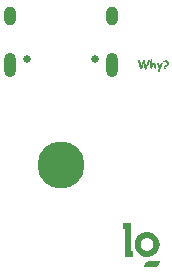
<source format=gbr>
%TF.GenerationSoftware,KiCad,Pcbnew,(5.99.0-12118-g897269f33f)*%
%TF.CreationDate,2021-09-15T19:12:53-04:00*%
%TF.ProjectId,why,7768792e-6b69-4636-9164-5f7063625858,rev?*%
%TF.SameCoordinates,Original*%
%TF.FileFunction,Soldermask,Top*%
%TF.FilePolarity,Negative*%
%FSLAX46Y46*%
G04 Gerber Fmt 4.6, Leading zero omitted, Abs format (unit mm)*
G04 Created by KiCad (PCBNEW (5.99.0-12118-g897269f33f)) date 2021-09-15 19:12:53*
%MOMM*%
%LPD*%
G01*
G04 APERTURE LIST*
%ADD10C,0.010000*%
%ADD11O,1.000000X1.600000*%
%ADD12O,1.000000X2.100000*%
%ADD13C,0.650000*%
%ADD14C,3.987800*%
G04 APERTURE END LIST*
D10*
%TO.C,G\u002A\u002A\u002A*%
X168422630Y-100707284D02*
X168476939Y-100754083D01*
X168476939Y-100754083D02*
X168540572Y-100875123D01*
X168540572Y-100875123D02*
X168521372Y-100998141D01*
X168521372Y-100998141D02*
X168451750Y-101086322D01*
X168451750Y-101086322D02*
X168335165Y-101181003D01*
X168335165Y-101181003D02*
X168267791Y-101211360D01*
X168267791Y-101211360D02*
X168250667Y-101188140D01*
X168250667Y-101188140D02*
X168282651Y-101135400D01*
X168282651Y-101135400D02*
X168352945Y-101077269D01*
X168352945Y-101077269D02*
X168456925Y-100983930D01*
X168456925Y-100983930D02*
X168477078Y-100893971D01*
X168477078Y-100893971D02*
X168432438Y-100822152D01*
X168432438Y-100822152D02*
X168331348Y-100772997D01*
X168331348Y-100772997D02*
X168233154Y-100777846D01*
X168233154Y-100777846D02*
X168148089Y-100791143D01*
X168148089Y-100791143D02*
X168136579Y-100779605D01*
X168136579Y-100779605D02*
X168184674Y-100739419D01*
X168184674Y-100739419D02*
X168309575Y-100681435D01*
X168309575Y-100681435D02*
X168422630Y-100707284D01*
X168422630Y-100707284D02*
X168422630Y-100707284D01*
G36*
X168422630Y-100707284D02*
G01*
X168476939Y-100754083D01*
X168540572Y-100875123D01*
X168521372Y-100998141D01*
X168451750Y-101086322D01*
X168335165Y-101181003D01*
X168267791Y-101211360D01*
X168250667Y-101188140D01*
X168282651Y-101135400D01*
X168352945Y-101077269D01*
X168456925Y-100983930D01*
X168477078Y-100893971D01*
X168432438Y-100822152D01*
X168331348Y-100772997D01*
X168233154Y-100777846D01*
X168148089Y-100791143D01*
X168136579Y-100779605D01*
X168184674Y-100739419D01*
X168309575Y-100681435D01*
X168422630Y-100707284D01*
G37*
X168422630Y-100707284D02*
X168476939Y-100754083D01*
X168540572Y-100875123D01*
X168521372Y-100998141D01*
X168451750Y-101086322D01*
X168335165Y-101181003D01*
X168267791Y-101211360D01*
X168250667Y-101188140D01*
X168282651Y-101135400D01*
X168352945Y-101077269D01*
X168456925Y-100983930D01*
X168477078Y-100893971D01*
X168432438Y-100822152D01*
X168331348Y-100772997D01*
X168233154Y-100777846D01*
X168148089Y-100791143D01*
X168136579Y-100779605D01*
X168184674Y-100739419D01*
X168309575Y-100681435D01*
X168422630Y-100707284D01*
X168291770Y-101343881D02*
X168293000Y-101354000D01*
X168293000Y-101354000D02*
X168260785Y-101395103D01*
X168260785Y-101395103D02*
X168250667Y-101396333D01*
X168250667Y-101396333D02*
X168209563Y-101364118D01*
X168209563Y-101364118D02*
X168208333Y-101354000D01*
X168208333Y-101354000D02*
X168240548Y-101312896D01*
X168240548Y-101312896D02*
X168250667Y-101311666D01*
X168250667Y-101311666D02*
X168291770Y-101343881D01*
X168291770Y-101343881D02*
X168291770Y-101343881D01*
G36*
X168291770Y-101343881D02*
G01*
X168293000Y-101354000D01*
X168260785Y-101395103D01*
X168250667Y-101396333D01*
X168209563Y-101364118D01*
X168208333Y-101354000D01*
X168240548Y-101312896D01*
X168250667Y-101311666D01*
X168291770Y-101343881D01*
G37*
X168291770Y-101343881D02*
X168293000Y-101354000D01*
X168260785Y-101395103D01*
X168250667Y-101396333D01*
X168209563Y-101364118D01*
X168208333Y-101354000D01*
X168240548Y-101312896D01*
X168250667Y-101311666D01*
X168291770Y-101343881D01*
X167134234Y-100671876D02*
X167148955Y-100765605D01*
X167148955Y-100765605D02*
X167150000Y-100802759D01*
X167150000Y-100802759D02*
X167153172Y-100909105D01*
X167153172Y-100909105D02*
X167172956Y-100948023D01*
X167172956Y-100948023D02*
X167224752Y-100936740D01*
X167224752Y-100936740D02*
X167256981Y-100922440D01*
X167256981Y-100922440D02*
X167346940Y-100896817D01*
X167346940Y-100896817D02*
X167407549Y-100924788D01*
X167407549Y-100924788D02*
X167447421Y-101016666D01*
X167447421Y-101016666D02*
X167475166Y-101182767D01*
X167475166Y-101182767D02*
X167475306Y-101183952D01*
X167475306Y-101183952D02*
X167486316Y-101317233D01*
X167486316Y-101317233D02*
X167477626Y-101377898D01*
X167477626Y-101377898D02*
X167453015Y-101379296D01*
X167453015Y-101379296D02*
X167423178Y-101321751D01*
X167423178Y-101321751D02*
X167405805Y-101212586D01*
X167405805Y-101212586D02*
X167404000Y-101161001D01*
X167404000Y-101161001D02*
X167393340Y-101030233D01*
X167393340Y-101030233D02*
X167360141Y-100975517D01*
X167360141Y-100975517D02*
X167347061Y-100973000D01*
X167347061Y-100973000D02*
X167259656Y-101010763D01*
X167259656Y-101010763D02*
X167188293Y-101105848D01*
X167188293Y-101105848D02*
X167151585Y-101230952D01*
X167151585Y-101230952D02*
X167150000Y-101262083D01*
X167150000Y-101262083D02*
X167138350Y-101354340D01*
X167138350Y-101354340D02*
X167110066Y-101396118D01*
X167110066Y-101396118D02*
X167107667Y-101396333D01*
X167107667Y-101396333D02*
X167087382Y-101356370D01*
X167087382Y-101356370D02*
X167072913Y-101245745D01*
X167072913Y-101245745D02*
X167065802Y-101078358D01*
X167065802Y-101078358D02*
X167065333Y-101015333D01*
X167065333Y-101015333D02*
X167069774Y-100832773D01*
X167069774Y-100832773D02*
X167082065Y-100702548D01*
X167082065Y-100702548D02*
X167100664Y-100638553D01*
X167100664Y-100638553D02*
X167107667Y-100634333D01*
X167107667Y-100634333D02*
X167134234Y-100671876D01*
X167134234Y-100671876D02*
X167134234Y-100671876D01*
G36*
X167134234Y-100671876D02*
G01*
X167148955Y-100765605D01*
X167150000Y-100802759D01*
X167153172Y-100909105D01*
X167172956Y-100948023D01*
X167224752Y-100936740D01*
X167256981Y-100922440D01*
X167346940Y-100896817D01*
X167407549Y-100924788D01*
X167447421Y-101016666D01*
X167475166Y-101182767D01*
X167475306Y-101183952D01*
X167486316Y-101317233D01*
X167477626Y-101377898D01*
X167453015Y-101379296D01*
X167423178Y-101321751D01*
X167405805Y-101212586D01*
X167404000Y-101161001D01*
X167393340Y-101030233D01*
X167360141Y-100975517D01*
X167347061Y-100973000D01*
X167259656Y-101010763D01*
X167188293Y-101105848D01*
X167151585Y-101230952D01*
X167150000Y-101262083D01*
X167138350Y-101354340D01*
X167110066Y-101396118D01*
X167107667Y-101396333D01*
X167087382Y-101356370D01*
X167072913Y-101245745D01*
X167065802Y-101078358D01*
X167065333Y-101015333D01*
X167069774Y-100832773D01*
X167082065Y-100702548D01*
X167100664Y-100638553D01*
X167107667Y-100634333D01*
X167134234Y-100671876D01*
G37*
X167134234Y-100671876D02*
X167148955Y-100765605D01*
X167150000Y-100802759D01*
X167153172Y-100909105D01*
X167172956Y-100948023D01*
X167224752Y-100936740D01*
X167256981Y-100922440D01*
X167346940Y-100896817D01*
X167407549Y-100924788D01*
X167447421Y-101016666D01*
X167475166Y-101182767D01*
X167475306Y-101183952D01*
X167486316Y-101317233D01*
X167477626Y-101377898D01*
X167453015Y-101379296D01*
X167423178Y-101321751D01*
X167405805Y-101212586D01*
X167404000Y-101161001D01*
X167393340Y-101030233D01*
X167360141Y-100975517D01*
X167347061Y-100973000D01*
X167259656Y-101010763D01*
X167188293Y-101105848D01*
X167151585Y-101230952D01*
X167150000Y-101262083D01*
X167138350Y-101354340D01*
X167110066Y-101396118D01*
X167107667Y-101396333D01*
X167087382Y-101356370D01*
X167072913Y-101245745D01*
X167065802Y-101078358D01*
X167065333Y-101015333D01*
X167069774Y-100832773D01*
X167082065Y-100702548D01*
X167100664Y-100638553D01*
X167107667Y-100634333D01*
X167134234Y-100671876D01*
X166922331Y-100679624D02*
X166932553Y-100698268D01*
X166932553Y-100698268D02*
X166923308Y-100747252D01*
X166923308Y-100747252D02*
X166891237Y-100841232D01*
X166891237Y-100841232D02*
X166832982Y-100994862D01*
X166832982Y-100994862D02*
X166808558Y-101058248D01*
X166808558Y-101058248D02*
X166729463Y-101252766D01*
X166729463Y-101252766D02*
X166669834Y-101372727D01*
X166669834Y-101372727D02*
X166625401Y-101424847D01*
X166625401Y-101424847D02*
X166591891Y-101415840D01*
X166591891Y-101415840D02*
X166586308Y-101407607D01*
X166586308Y-101407607D02*
X166568418Y-101349122D01*
X166568418Y-101349122D02*
X166545711Y-101239462D01*
X166545711Y-101239462D02*
X166536283Y-101184666D01*
X166536283Y-101184666D02*
X166504899Y-101023008D01*
X166504899Y-101023008D02*
X166473981Y-100944802D01*
X166473981Y-100944802D02*
X166439497Y-100948953D01*
X166439497Y-100948953D02*
X166397415Y-101034366D01*
X166397415Y-101034366D02*
X166362652Y-101137506D01*
X166362652Y-101137506D02*
X166314789Y-101270660D01*
X166314789Y-101270660D02*
X166269133Y-101363995D01*
X166269133Y-101363995D02*
X166238080Y-101395971D01*
X166238080Y-101395971D02*
X166207132Y-101358212D01*
X166207132Y-101358212D02*
X166167528Y-101258623D01*
X166167528Y-101258623D02*
X166127583Y-101118323D01*
X166127583Y-101118323D02*
X166125717Y-101110583D01*
X166125717Y-101110583D02*
X166086840Y-100954927D01*
X166086840Y-100954927D02*
X166051368Y-100824927D01*
X166051368Y-100824927D02*
X166027691Y-100750750D01*
X166027691Y-100750750D02*
X166021727Y-100689531D01*
X166021727Y-100689531D02*
X166041951Y-100676666D01*
X166041951Y-100676666D02*
X166067540Y-100682520D01*
X166067540Y-100682520D02*
X166089422Y-100711097D01*
X166089422Y-100711097D02*
X166114281Y-100778916D01*
X166114281Y-100778916D02*
X166148802Y-100902498D01*
X166148802Y-100902498D02*
X166176895Y-101010134D01*
X166176895Y-101010134D02*
X166211107Y-101116934D01*
X166211107Y-101116934D02*
X166244472Y-101152990D01*
X166244472Y-101152990D02*
X166282566Y-101115004D01*
X166282566Y-101115004D02*
X166330966Y-100999682D01*
X166330966Y-100999682D02*
X166365032Y-100898916D01*
X166365032Y-100898916D02*
X166414685Y-100758767D01*
X166414685Y-100758767D02*
X166454124Y-100686958D01*
X166454124Y-100686958D02*
X166487646Y-100686845D01*
X166487646Y-100686845D02*
X166519548Y-100761786D01*
X166519548Y-100761786D02*
X166554127Y-100915137D01*
X166554127Y-100915137D02*
X166581763Y-101068250D01*
X166581763Y-101068250D02*
X166607390Y-101170066D01*
X166607390Y-101170066D02*
X166636823Y-101224274D01*
X166636823Y-101224274D02*
X166643670Y-101227000D01*
X166643670Y-101227000D02*
X166673138Y-101191124D01*
X166673138Y-101191124D02*
X166718803Y-101100633D01*
X166718803Y-101100633D02*
X166770075Y-100981225D01*
X166770075Y-100981225D02*
X166816362Y-100858602D01*
X166816362Y-100858602D02*
X166847073Y-100758464D01*
X166847073Y-100758464D02*
X166853667Y-100717411D01*
X166853667Y-100717411D02*
X166885929Y-100677839D01*
X166885929Y-100677839D02*
X166896000Y-100676666D01*
X166896000Y-100676666D02*
X166922331Y-100679624D01*
X166922331Y-100679624D02*
X166922331Y-100679624D01*
G36*
X166922331Y-100679624D02*
G01*
X166932553Y-100698268D01*
X166923308Y-100747252D01*
X166891237Y-100841232D01*
X166832982Y-100994862D01*
X166808558Y-101058248D01*
X166729463Y-101252766D01*
X166669834Y-101372727D01*
X166625401Y-101424847D01*
X166591891Y-101415840D01*
X166586308Y-101407607D01*
X166568418Y-101349122D01*
X166545711Y-101239462D01*
X166536283Y-101184666D01*
X166504899Y-101023008D01*
X166473981Y-100944802D01*
X166439497Y-100948953D01*
X166397415Y-101034366D01*
X166362652Y-101137506D01*
X166314789Y-101270660D01*
X166269133Y-101363995D01*
X166238080Y-101395971D01*
X166207132Y-101358212D01*
X166167528Y-101258623D01*
X166127583Y-101118323D01*
X166125717Y-101110583D01*
X166086840Y-100954927D01*
X166051368Y-100824927D01*
X166027691Y-100750750D01*
X166021727Y-100689531D01*
X166041951Y-100676666D01*
X166067540Y-100682520D01*
X166089422Y-100711097D01*
X166114281Y-100778916D01*
X166148802Y-100902498D01*
X166176895Y-101010134D01*
X166211107Y-101116934D01*
X166244472Y-101152990D01*
X166282566Y-101115004D01*
X166330966Y-100999682D01*
X166365032Y-100898916D01*
X166414685Y-100758767D01*
X166454124Y-100686958D01*
X166487646Y-100686845D01*
X166519548Y-100761786D01*
X166554127Y-100915137D01*
X166581763Y-101068250D01*
X166607390Y-101170066D01*
X166636823Y-101224274D01*
X166643670Y-101227000D01*
X166673138Y-101191124D01*
X166718803Y-101100633D01*
X166770075Y-100981225D01*
X166816362Y-100858602D01*
X166847073Y-100758464D01*
X166853667Y-100717411D01*
X166885929Y-100677839D01*
X166896000Y-100676666D01*
X166922331Y-100679624D01*
G37*
X166922331Y-100679624D02*
X166932553Y-100698268D01*
X166923308Y-100747252D01*
X166891237Y-100841232D01*
X166832982Y-100994862D01*
X166808558Y-101058248D01*
X166729463Y-101252766D01*
X166669834Y-101372727D01*
X166625401Y-101424847D01*
X166591891Y-101415840D01*
X166586308Y-101407607D01*
X166568418Y-101349122D01*
X166545711Y-101239462D01*
X166536283Y-101184666D01*
X166504899Y-101023008D01*
X166473981Y-100944802D01*
X166439497Y-100948953D01*
X166397415Y-101034366D01*
X166362652Y-101137506D01*
X166314789Y-101270660D01*
X166269133Y-101363995D01*
X166238080Y-101395971D01*
X166207132Y-101358212D01*
X166167528Y-101258623D01*
X166127583Y-101118323D01*
X166125717Y-101110583D01*
X166086840Y-100954927D01*
X166051368Y-100824927D01*
X166027691Y-100750750D01*
X166021727Y-100689531D01*
X166041951Y-100676666D01*
X166067540Y-100682520D01*
X166089422Y-100711097D01*
X166114281Y-100778916D01*
X166148802Y-100902498D01*
X166176895Y-101010134D01*
X166211107Y-101116934D01*
X166244472Y-101152990D01*
X166282566Y-101115004D01*
X166330966Y-100999682D01*
X166365032Y-100898916D01*
X166414685Y-100758767D01*
X166454124Y-100686958D01*
X166487646Y-100686845D01*
X166519548Y-100761786D01*
X166554127Y-100915137D01*
X166581763Y-101068250D01*
X166607390Y-101170066D01*
X166636823Y-101224274D01*
X166643670Y-101227000D01*
X166673138Y-101191124D01*
X166718803Y-101100633D01*
X166770075Y-100981225D01*
X166816362Y-100858602D01*
X166847073Y-100758464D01*
X166853667Y-100717411D01*
X166885929Y-100677839D01*
X166896000Y-100676666D01*
X166922331Y-100679624D01*
X167636289Y-100897458D02*
X167642797Y-100909500D01*
X167642797Y-100909500D02*
X167673476Y-100970642D01*
X167673476Y-100970642D02*
X167730126Y-101069323D01*
X167730126Y-101069323D02*
X167746478Y-101096431D01*
X167746478Y-101096431D02*
X167834620Y-101241029D01*
X167834620Y-101241029D02*
X167916396Y-101058377D01*
X167916396Y-101058377D02*
X167969071Y-100957577D01*
X167969071Y-100957577D02*
X168011850Y-100904949D01*
X168011850Y-100904949D02*
X168026054Y-100903609D01*
X168026054Y-100903609D02*
X168023154Y-100952503D01*
X168023154Y-100952503D02*
X167991246Y-101058644D01*
X167991246Y-101058644D02*
X167936612Y-101202318D01*
X167936612Y-101202318D02*
X167912708Y-101259163D01*
X167912708Y-101259163D02*
X167819343Y-101467655D01*
X167819343Y-101467655D02*
X167753103Y-101596791D01*
X167753103Y-101596791D02*
X167713572Y-101647276D01*
X167713572Y-101647276D02*
X167700334Y-101619813D01*
X167700334Y-101619813D02*
X167700333Y-101619222D01*
X167700333Y-101619222D02*
X167714464Y-101546203D01*
X167714464Y-101546203D02*
X167742374Y-101460603D01*
X167742374Y-101460603D02*
X167759708Y-101377226D01*
X167759708Y-101377226D02*
X167741554Y-101282548D01*
X167741554Y-101282548D02*
X167682112Y-101148210D01*
X167682112Y-101148210D02*
X167676027Y-101136138D01*
X167676027Y-101136138D02*
X167621968Y-101015512D01*
X167621968Y-101015512D02*
X167595041Y-100926341D01*
X167595041Y-100926341D02*
X167597449Y-100894707D01*
X167597449Y-100894707D02*
X167636289Y-100897458D01*
X167636289Y-100897458D02*
X167636289Y-100897458D01*
G36*
X167636289Y-100897458D02*
G01*
X167642797Y-100909500D01*
X167673476Y-100970642D01*
X167730126Y-101069323D01*
X167746478Y-101096431D01*
X167834620Y-101241029D01*
X167916396Y-101058377D01*
X167969071Y-100957577D01*
X168011850Y-100904949D01*
X168026054Y-100903609D01*
X168023154Y-100952503D01*
X167991246Y-101058644D01*
X167936612Y-101202318D01*
X167912708Y-101259163D01*
X167819343Y-101467655D01*
X167753103Y-101596791D01*
X167713572Y-101647276D01*
X167700334Y-101619813D01*
X167700333Y-101619222D01*
X167714464Y-101546203D01*
X167742374Y-101460603D01*
X167759708Y-101377226D01*
X167741554Y-101282548D01*
X167682112Y-101148210D01*
X167676027Y-101136138D01*
X167621968Y-101015512D01*
X167595041Y-100926341D01*
X167597449Y-100894707D01*
X167636289Y-100897458D01*
G37*
X167636289Y-100897458D02*
X167642797Y-100909500D01*
X167673476Y-100970642D01*
X167730126Y-101069323D01*
X167746478Y-101096431D01*
X167834620Y-101241029D01*
X167916396Y-101058377D01*
X167969071Y-100957577D01*
X168011850Y-100904949D01*
X168026054Y-100903609D01*
X168023154Y-100952503D01*
X167991246Y-101058644D01*
X167936612Y-101202318D01*
X167912708Y-101259163D01*
X167819343Y-101467655D01*
X167753103Y-101596791D01*
X167713572Y-101647276D01*
X167700334Y-101619813D01*
X167700333Y-101619222D01*
X167714464Y-101546203D01*
X167742374Y-101460603D01*
X167759708Y-101377226D01*
X167741554Y-101282548D01*
X167682112Y-101148210D01*
X167676027Y-101136138D01*
X167621968Y-101015512D01*
X167595041Y-100926341D01*
X167597449Y-100894707D01*
X167636289Y-100897458D01*
X166800097Y-115245042D02*
X166868123Y-115249729D01*
X166868123Y-115249729D02*
X166928540Y-115257827D01*
X166928540Y-115257827D02*
X166946371Y-115261313D01*
X166946371Y-115261313D02*
X167063122Y-115292966D01*
X167063122Y-115292966D02*
X167171645Y-115336198D01*
X167171645Y-115336198D02*
X167273058Y-115391619D01*
X167273058Y-115391619D02*
X167368480Y-115459839D01*
X167368480Y-115459839D02*
X167458751Y-115541192D01*
X167458751Y-115541192D02*
X167540226Y-115631820D01*
X167540226Y-115631820D02*
X167608417Y-115727761D01*
X167608417Y-115727761D02*
X167663823Y-115829955D01*
X167663823Y-115829955D02*
X167706941Y-115939342D01*
X167706941Y-115939342D02*
X167738270Y-116056862D01*
X167738270Y-116056862D02*
X167741941Y-116075029D01*
X167741941Y-116075029D02*
X167750078Y-116132434D01*
X167750078Y-116132434D02*
X167754627Y-116199044D01*
X167754627Y-116199044D02*
X167755626Y-116270103D01*
X167755626Y-116270103D02*
X167753115Y-116340850D01*
X167753115Y-116340850D02*
X167747131Y-116406529D01*
X167747131Y-116406529D02*
X167738805Y-116457396D01*
X167738805Y-116457396D02*
X167706289Y-116576816D01*
X167706289Y-116576816D02*
X167661098Y-116689732D01*
X167661098Y-116689732D02*
X167603796Y-116795396D01*
X167603796Y-116795396D02*
X167534948Y-116893059D01*
X167534948Y-116893059D02*
X167455116Y-116981974D01*
X167455116Y-116981974D02*
X167364864Y-117061392D01*
X167364864Y-117061392D02*
X167264756Y-117130565D01*
X167264756Y-117130565D02*
X167207014Y-117163282D01*
X167207014Y-117163282D02*
X167136804Y-117196060D01*
X167136804Y-117196060D02*
X167059215Y-117225153D01*
X167059215Y-117225153D02*
X166980679Y-117248356D01*
X166980679Y-117248356D02*
X166921286Y-117261232D01*
X166921286Y-117261232D02*
X166870545Y-117268241D01*
X166870545Y-117268241D02*
X166812723Y-117273199D01*
X166812723Y-117273199D02*
X166752645Y-117275926D01*
X166752645Y-117275926D02*
X166695133Y-117276241D01*
X166695133Y-117276241D02*
X166645010Y-117273964D01*
X166645010Y-117273964D02*
X166627372Y-117272198D01*
X166627372Y-117272198D02*
X166505844Y-117250336D01*
X166505844Y-117250336D02*
X166390309Y-117215611D01*
X166390309Y-117215611D02*
X166281464Y-117168677D01*
X166281464Y-117168677D02*
X166180010Y-117110188D01*
X166180010Y-117110188D02*
X166086646Y-117040796D01*
X166086646Y-117040796D02*
X166002072Y-116961156D01*
X166002072Y-116961156D02*
X165926988Y-116871919D01*
X165926988Y-116871919D02*
X165862093Y-116773739D01*
X165862093Y-116773739D02*
X165808087Y-116667269D01*
X165808087Y-116667269D02*
X165765670Y-116553163D01*
X165765670Y-116553163D02*
X165737332Y-116441251D01*
X165737332Y-116441251D02*
X165729490Y-116387110D01*
X165729490Y-116387110D02*
X165725026Y-116323467D01*
X165725026Y-116323467D02*
X165723897Y-116254929D01*
X165723897Y-116254929D02*
X165723963Y-116252829D01*
X165723963Y-116252829D02*
X166160438Y-116252829D01*
X166160438Y-116252829D02*
X166166380Y-116347367D01*
X166166380Y-116347367D02*
X166185533Y-116436056D01*
X166185533Y-116436056D02*
X166217791Y-116518647D01*
X166217791Y-116518647D02*
X166263051Y-116594893D01*
X166263051Y-116594893D02*
X166321205Y-116664544D01*
X166321205Y-116664544D02*
X166344384Y-116687130D01*
X166344384Y-116687130D02*
X166414591Y-116742459D01*
X166414591Y-116742459D02*
X166492031Y-116785850D01*
X166492031Y-116785850D02*
X166575105Y-116816882D01*
X166575105Y-116816882D02*
X166662214Y-116835137D01*
X166662214Y-116835137D02*
X166751760Y-116840193D01*
X166751760Y-116840193D02*
X166842144Y-116831632D01*
X166842144Y-116831632D02*
X166872037Y-116825712D01*
X166872037Y-116825712D02*
X166956950Y-116799403D01*
X166956950Y-116799403D02*
X167035847Y-116760495D01*
X167035847Y-116760495D02*
X167107606Y-116710054D01*
X167107606Y-116710054D02*
X167171106Y-116649146D01*
X167171106Y-116649146D02*
X167225226Y-116578836D01*
X167225226Y-116578836D02*
X167268845Y-116500190D01*
X167268845Y-116500190D02*
X167299230Y-116419743D01*
X167299230Y-116419743D02*
X167307854Y-116388813D01*
X167307854Y-116388813D02*
X167313579Y-116361502D01*
X167313579Y-116361502D02*
X167316984Y-116333156D01*
X167316984Y-116333156D02*
X167318651Y-116299123D01*
X167318651Y-116299123D02*
X167319142Y-116260086D01*
X167319142Y-116260086D02*
X167315378Y-116177913D01*
X167315378Y-116177913D02*
X167302780Y-116104558D01*
X167302780Y-116104558D02*
X167280378Y-116036642D01*
X167280378Y-116036642D02*
X167247206Y-115970785D01*
X167247206Y-115970785D02*
X167227076Y-115938768D01*
X167227076Y-115938768D02*
X167171531Y-115867467D01*
X167171531Y-115867467D02*
X167108521Y-115807659D01*
X167108521Y-115807659D02*
X167039342Y-115759264D01*
X167039342Y-115759264D02*
X166965292Y-115722203D01*
X166965292Y-115722203D02*
X166887666Y-115696398D01*
X166887666Y-115696398D02*
X166807761Y-115681769D01*
X166807761Y-115681769D02*
X166726874Y-115678238D01*
X166726874Y-115678238D02*
X166646302Y-115685724D01*
X166646302Y-115685724D02*
X166567340Y-115704150D01*
X166567340Y-115704150D02*
X166491286Y-115733437D01*
X166491286Y-115733437D02*
X166419437Y-115773505D01*
X166419437Y-115773505D02*
X166353088Y-115824275D01*
X166353088Y-115824275D02*
X166293537Y-115885668D01*
X166293537Y-115885668D02*
X166242079Y-115957606D01*
X166242079Y-115957606D02*
X166218408Y-116000226D01*
X166218408Y-116000226D02*
X166186944Y-116076692D01*
X166186944Y-116076692D02*
X166167811Y-116157835D01*
X166167811Y-116157835D02*
X166160522Y-116245779D01*
X166160522Y-116245779D02*
X166160438Y-116252829D01*
X166160438Y-116252829D02*
X165723963Y-116252829D01*
X165723963Y-116252829D02*
X165726063Y-116186101D01*
X165726063Y-116186101D02*
X165731479Y-116121587D01*
X165731479Y-116121587D02*
X165740106Y-116065992D01*
X165740106Y-116065992D02*
X165740781Y-116062776D01*
X165740781Y-116062776D02*
X165773684Y-115942128D01*
X165773684Y-115942128D02*
X165818862Y-115828766D01*
X165818862Y-115828766D02*
X165875701Y-115723310D01*
X165875701Y-115723310D02*
X165943585Y-115626378D01*
X165943585Y-115626378D02*
X166021896Y-115538591D01*
X166021896Y-115538591D02*
X166110019Y-115460568D01*
X166110019Y-115460568D02*
X166207337Y-115392928D01*
X166207337Y-115392928D02*
X166313234Y-115336290D01*
X166313234Y-115336290D02*
X166427095Y-115291276D01*
X166427095Y-115291276D02*
X166538735Y-115260574D01*
X166538735Y-115260574D02*
X166593782Y-115251534D01*
X166593782Y-115251534D02*
X166658585Y-115245937D01*
X166658585Y-115245937D02*
X166728804Y-115243775D01*
X166728804Y-115243775D02*
X166800097Y-115245042D01*
X166800097Y-115245042D02*
X166800097Y-115245042D01*
G36*
X165731479Y-116121587D02*
G01*
X165740106Y-116065992D01*
X165740781Y-116062776D01*
X165773684Y-115942128D01*
X165818862Y-115828766D01*
X165875701Y-115723310D01*
X165943585Y-115626378D01*
X166021896Y-115538591D01*
X166110019Y-115460568D01*
X166207337Y-115392928D01*
X166313234Y-115336290D01*
X166427095Y-115291276D01*
X166538735Y-115260574D01*
X166593782Y-115251534D01*
X166658585Y-115245937D01*
X166728804Y-115243775D01*
X166800097Y-115245042D01*
X166868123Y-115249729D01*
X166928540Y-115257827D01*
X166946371Y-115261313D01*
X167063122Y-115292966D01*
X167171645Y-115336198D01*
X167273058Y-115391619D01*
X167368480Y-115459839D01*
X167458751Y-115541192D01*
X167540226Y-115631820D01*
X167608417Y-115727761D01*
X167663823Y-115829955D01*
X167706941Y-115939342D01*
X167738270Y-116056862D01*
X167741941Y-116075029D01*
X167750078Y-116132434D01*
X167754627Y-116199044D01*
X167755626Y-116270103D01*
X167753115Y-116340850D01*
X167747131Y-116406529D01*
X167738805Y-116457396D01*
X167706289Y-116576816D01*
X167661098Y-116689732D01*
X167603796Y-116795396D01*
X167534948Y-116893059D01*
X167455116Y-116981974D01*
X167364864Y-117061392D01*
X167264756Y-117130565D01*
X167207014Y-117163282D01*
X167136804Y-117196060D01*
X167059215Y-117225153D01*
X166980679Y-117248356D01*
X166921286Y-117261232D01*
X166870545Y-117268241D01*
X166812723Y-117273199D01*
X166752645Y-117275926D01*
X166695133Y-117276241D01*
X166645010Y-117273964D01*
X166627372Y-117272198D01*
X166505844Y-117250336D01*
X166390309Y-117215611D01*
X166281464Y-117168677D01*
X166180010Y-117110188D01*
X166086646Y-117040796D01*
X166002072Y-116961156D01*
X165926988Y-116871919D01*
X165862093Y-116773739D01*
X165808087Y-116667269D01*
X165765670Y-116553163D01*
X165737332Y-116441251D01*
X165729490Y-116387110D01*
X165725026Y-116323467D01*
X165723897Y-116254929D01*
X165723963Y-116252829D01*
X166160438Y-116252829D01*
X166166380Y-116347367D01*
X166185533Y-116436056D01*
X166217791Y-116518647D01*
X166263051Y-116594893D01*
X166321205Y-116664544D01*
X166344384Y-116687130D01*
X166414591Y-116742459D01*
X166492031Y-116785850D01*
X166575105Y-116816882D01*
X166662214Y-116835137D01*
X166751760Y-116840193D01*
X166842144Y-116831632D01*
X166872037Y-116825712D01*
X166956950Y-116799403D01*
X167035847Y-116760495D01*
X167107606Y-116710054D01*
X167171106Y-116649146D01*
X167225226Y-116578836D01*
X167268845Y-116500190D01*
X167299230Y-116419743D01*
X167307854Y-116388813D01*
X167313579Y-116361502D01*
X167316984Y-116333156D01*
X167318651Y-116299123D01*
X167319142Y-116260086D01*
X167315378Y-116177913D01*
X167302780Y-116104558D01*
X167280378Y-116036642D01*
X167247206Y-115970785D01*
X167227076Y-115938768D01*
X167171531Y-115867467D01*
X167108521Y-115807659D01*
X167039342Y-115759264D01*
X166965292Y-115722203D01*
X166887666Y-115696398D01*
X166807761Y-115681769D01*
X166726874Y-115678238D01*
X166646302Y-115685724D01*
X166567340Y-115704150D01*
X166491286Y-115733437D01*
X166419437Y-115773505D01*
X166353088Y-115824275D01*
X166293537Y-115885668D01*
X166242079Y-115957606D01*
X166218408Y-116000226D01*
X166186944Y-116076692D01*
X166167811Y-116157835D01*
X166160522Y-116245779D01*
X166160438Y-116252829D01*
X165723963Y-116252829D01*
X165726063Y-116186101D01*
X165731479Y-116121587D01*
G37*
X165731479Y-116121587D02*
X165740106Y-116065992D01*
X165740781Y-116062776D01*
X165773684Y-115942128D01*
X165818862Y-115828766D01*
X165875701Y-115723310D01*
X165943585Y-115626378D01*
X166021896Y-115538591D01*
X166110019Y-115460568D01*
X166207337Y-115392928D01*
X166313234Y-115336290D01*
X166427095Y-115291276D01*
X166538735Y-115260574D01*
X166593782Y-115251534D01*
X166658585Y-115245937D01*
X166728804Y-115243775D01*
X166800097Y-115245042D01*
X166868123Y-115249729D01*
X166928540Y-115257827D01*
X166946371Y-115261313D01*
X167063122Y-115292966D01*
X167171645Y-115336198D01*
X167273058Y-115391619D01*
X167368480Y-115459839D01*
X167458751Y-115541192D01*
X167540226Y-115631820D01*
X167608417Y-115727761D01*
X167663823Y-115829955D01*
X167706941Y-115939342D01*
X167738270Y-116056862D01*
X167741941Y-116075029D01*
X167750078Y-116132434D01*
X167754627Y-116199044D01*
X167755626Y-116270103D01*
X167753115Y-116340850D01*
X167747131Y-116406529D01*
X167738805Y-116457396D01*
X167706289Y-116576816D01*
X167661098Y-116689732D01*
X167603796Y-116795396D01*
X167534948Y-116893059D01*
X167455116Y-116981974D01*
X167364864Y-117061392D01*
X167264756Y-117130565D01*
X167207014Y-117163282D01*
X167136804Y-117196060D01*
X167059215Y-117225153D01*
X166980679Y-117248356D01*
X166921286Y-117261232D01*
X166870545Y-117268241D01*
X166812723Y-117273199D01*
X166752645Y-117275926D01*
X166695133Y-117276241D01*
X166645010Y-117273964D01*
X166627372Y-117272198D01*
X166505844Y-117250336D01*
X166390309Y-117215611D01*
X166281464Y-117168677D01*
X166180010Y-117110188D01*
X166086646Y-117040796D01*
X166002072Y-116961156D01*
X165926988Y-116871919D01*
X165862093Y-116773739D01*
X165808087Y-116667269D01*
X165765670Y-116553163D01*
X165737332Y-116441251D01*
X165729490Y-116387110D01*
X165725026Y-116323467D01*
X165723897Y-116254929D01*
X165723963Y-116252829D01*
X166160438Y-116252829D01*
X166166380Y-116347367D01*
X166185533Y-116436056D01*
X166217791Y-116518647D01*
X166263051Y-116594893D01*
X166321205Y-116664544D01*
X166344384Y-116687130D01*
X166414591Y-116742459D01*
X166492031Y-116785850D01*
X166575105Y-116816882D01*
X166662214Y-116835137D01*
X166751760Y-116840193D01*
X166842144Y-116831632D01*
X166872037Y-116825712D01*
X166956950Y-116799403D01*
X167035847Y-116760495D01*
X167107606Y-116710054D01*
X167171106Y-116649146D01*
X167225226Y-116578836D01*
X167268845Y-116500190D01*
X167299230Y-116419743D01*
X167307854Y-116388813D01*
X167313579Y-116361502D01*
X167316984Y-116333156D01*
X167318651Y-116299123D01*
X167319142Y-116260086D01*
X167315378Y-116177913D01*
X167302780Y-116104558D01*
X167280378Y-116036642D01*
X167247206Y-115970785D01*
X167227076Y-115938768D01*
X167171531Y-115867467D01*
X167108521Y-115807659D01*
X167039342Y-115759264D01*
X166965292Y-115722203D01*
X166887666Y-115696398D01*
X166807761Y-115681769D01*
X166726874Y-115678238D01*
X166646302Y-115685724D01*
X166567340Y-115704150D01*
X166491286Y-115733437D01*
X166419437Y-115773505D01*
X166353088Y-115824275D01*
X166293537Y-115885668D01*
X166242079Y-115957606D01*
X166218408Y-116000226D01*
X166186944Y-116076692D01*
X166167811Y-116157835D01*
X166160522Y-116245779D01*
X166160438Y-116252829D01*
X165723963Y-116252829D01*
X165726063Y-116186101D01*
X165731479Y-116121587D01*
X165357372Y-116844286D02*
X165538800Y-116844286D01*
X165538800Y-116844286D02*
X165538800Y-117279714D01*
X165538800Y-117279714D02*
X164921986Y-117279714D01*
X164921986Y-117279714D02*
X164920150Y-116080472D01*
X164920150Y-116080472D02*
X164918314Y-114881229D01*
X164918314Y-114881229D02*
X164740514Y-114877153D01*
X164740514Y-114877153D02*
X164740514Y-114442172D01*
X164740514Y-114442172D02*
X165357372Y-114442172D01*
X165357372Y-114442172D02*
X165357372Y-116844286D01*
X165357372Y-116844286D02*
X165357372Y-116844286D01*
G36*
X165357372Y-116844286D02*
G01*
X165538800Y-116844286D01*
X165538800Y-117279714D01*
X164921986Y-117279714D01*
X164920150Y-116080472D01*
X164918314Y-114881229D01*
X164740514Y-114877153D01*
X164740514Y-114442172D01*
X165357372Y-114442172D01*
X165357372Y-116844286D01*
G37*
X165357372Y-116844286D02*
X165538800Y-116844286D01*
X165538800Y-117279714D01*
X164921986Y-117279714D01*
X164920150Y-116080472D01*
X164918314Y-114881229D01*
X164740514Y-114877153D01*
X164740514Y-114442172D01*
X165357372Y-114442172D01*
X165357372Y-116844286D01*
X167756052Y-117760500D02*
X167738996Y-117841379D01*
X167738996Y-117841379D02*
X167709448Y-117915359D01*
X167709448Y-117915359D02*
X167668105Y-117981601D01*
X167668105Y-117981601D02*
X167615664Y-118039268D01*
X167615664Y-118039268D02*
X167552821Y-118087520D01*
X167552821Y-118087520D02*
X167480275Y-118125521D01*
X167480275Y-118125521D02*
X167440172Y-118140549D01*
X167440172Y-118140549D02*
X167430863Y-118143302D01*
X167430863Y-118143302D02*
X167420141Y-118145661D01*
X167420141Y-118145661D02*
X167406829Y-118147665D01*
X167406829Y-118147665D02*
X167389749Y-118149352D01*
X167389749Y-118149352D02*
X167367727Y-118150760D01*
X167367727Y-118150760D02*
X167339586Y-118151929D01*
X167339586Y-118151929D02*
X167304149Y-118152896D01*
X167304149Y-118152896D02*
X167260240Y-118153701D01*
X167260240Y-118153701D02*
X167206682Y-118154380D01*
X167206682Y-118154380D02*
X167142301Y-118154973D01*
X167142301Y-118154973D02*
X167065919Y-118155518D01*
X167065919Y-118155518D02*
X166976359Y-118156054D01*
X166976359Y-118156054D02*
X166963014Y-118156129D01*
X166963014Y-118156129D02*
X166525772Y-118158561D01*
X166525772Y-118158561D02*
X166525772Y-118124771D01*
X166525772Y-118124771D02*
X166532531Y-118063926D01*
X166532531Y-118063926D02*
X166551721Y-118001970D01*
X166551721Y-118001970D02*
X166581710Y-117941387D01*
X166581710Y-117941387D02*
X166620867Y-117884659D01*
X166620867Y-117884659D02*
X166667561Y-117834270D01*
X166667561Y-117834270D02*
X166720159Y-117792704D01*
X166720159Y-117792704D02*
X166758336Y-117770808D01*
X166758336Y-117770808D02*
X166778192Y-117761152D01*
X166778192Y-117761152D02*
X166796089Y-117752874D01*
X166796089Y-117752874D02*
X166813279Y-117745868D01*
X166813279Y-117745868D02*
X166831013Y-117740027D01*
X166831013Y-117740027D02*
X166850543Y-117735246D01*
X166850543Y-117735246D02*
X166873120Y-117731418D01*
X166873120Y-117731418D02*
X166899996Y-117728437D01*
X166899996Y-117728437D02*
X166932422Y-117726198D01*
X166932422Y-117726198D02*
X166971650Y-117724595D01*
X166971650Y-117724595D02*
X167018931Y-117723521D01*
X167018931Y-117723521D02*
X167075517Y-117722870D01*
X167075517Y-117722870D02*
X167142660Y-117722537D01*
X167142660Y-117722537D02*
X167221610Y-117722416D01*
X167221610Y-117722416D02*
X167313620Y-117722400D01*
X167313620Y-117722400D02*
X167760848Y-117722400D01*
X167760848Y-117722400D02*
X167756052Y-117760500D01*
X167756052Y-117760500D02*
X167756052Y-117760500D01*
G36*
X167756052Y-117760500D02*
G01*
X167738996Y-117841379D01*
X167709448Y-117915359D01*
X167668105Y-117981601D01*
X167615664Y-118039268D01*
X167552821Y-118087520D01*
X167480275Y-118125521D01*
X167440172Y-118140549D01*
X167430863Y-118143302D01*
X167420141Y-118145661D01*
X167406829Y-118147665D01*
X167389749Y-118149352D01*
X167367727Y-118150760D01*
X167339586Y-118151929D01*
X167304149Y-118152896D01*
X167260240Y-118153701D01*
X167206682Y-118154380D01*
X167142301Y-118154973D01*
X167065919Y-118155518D01*
X166976359Y-118156054D01*
X166963014Y-118156129D01*
X166525772Y-118158561D01*
X166525772Y-118124771D01*
X166532531Y-118063926D01*
X166551721Y-118001970D01*
X166581710Y-117941387D01*
X166620867Y-117884659D01*
X166667561Y-117834270D01*
X166720159Y-117792704D01*
X166758336Y-117770808D01*
X166778192Y-117761152D01*
X166796089Y-117752874D01*
X166813279Y-117745868D01*
X166831013Y-117740027D01*
X166850543Y-117735246D01*
X166873120Y-117731418D01*
X166899996Y-117728437D01*
X166932422Y-117726198D01*
X166971650Y-117724595D01*
X167018931Y-117723521D01*
X167075517Y-117722870D01*
X167142660Y-117722537D01*
X167221610Y-117722416D01*
X167313620Y-117722400D01*
X167760848Y-117722400D01*
X167756052Y-117760500D01*
G37*
X167756052Y-117760500D02*
X167738996Y-117841379D01*
X167709448Y-117915359D01*
X167668105Y-117981601D01*
X167615664Y-118039268D01*
X167552821Y-118087520D01*
X167480275Y-118125521D01*
X167440172Y-118140549D01*
X167430863Y-118143302D01*
X167420141Y-118145661D01*
X167406829Y-118147665D01*
X167389749Y-118149352D01*
X167367727Y-118150760D01*
X167339586Y-118151929D01*
X167304149Y-118152896D01*
X167260240Y-118153701D01*
X167206682Y-118154380D01*
X167142301Y-118154973D01*
X167065919Y-118155518D01*
X166976359Y-118156054D01*
X166963014Y-118156129D01*
X166525772Y-118158561D01*
X166525772Y-118124771D01*
X166532531Y-118063926D01*
X166551721Y-118001970D01*
X166581710Y-117941387D01*
X166620867Y-117884659D01*
X166667561Y-117834270D01*
X166720159Y-117792704D01*
X166758336Y-117770808D01*
X166778192Y-117761152D01*
X166796089Y-117752874D01*
X166813279Y-117745868D01*
X166831013Y-117740027D01*
X166850543Y-117735246D01*
X166873120Y-117731418D01*
X166899996Y-117728437D01*
X166932422Y-117726198D01*
X166971650Y-117724595D01*
X167018931Y-117723521D01*
X167075517Y-117722870D01*
X167142660Y-117722537D01*
X167221610Y-117722416D01*
X167313620Y-117722400D01*
X167760848Y-117722400D01*
X167756052Y-117760500D01*
%TD*%
D11*
%TO.C,USB1*%
X163820000Y-96950000D03*
X155180000Y-96950000D03*
D12*
X163820000Y-101130000D03*
X155180000Y-101130000D03*
D13*
X156610000Y-100600000D03*
X162390000Y-100600000D03*
%TD*%
D14*
%TO.C,MX1*%
X159500000Y-109550000D03*
%TD*%
M02*

</source>
